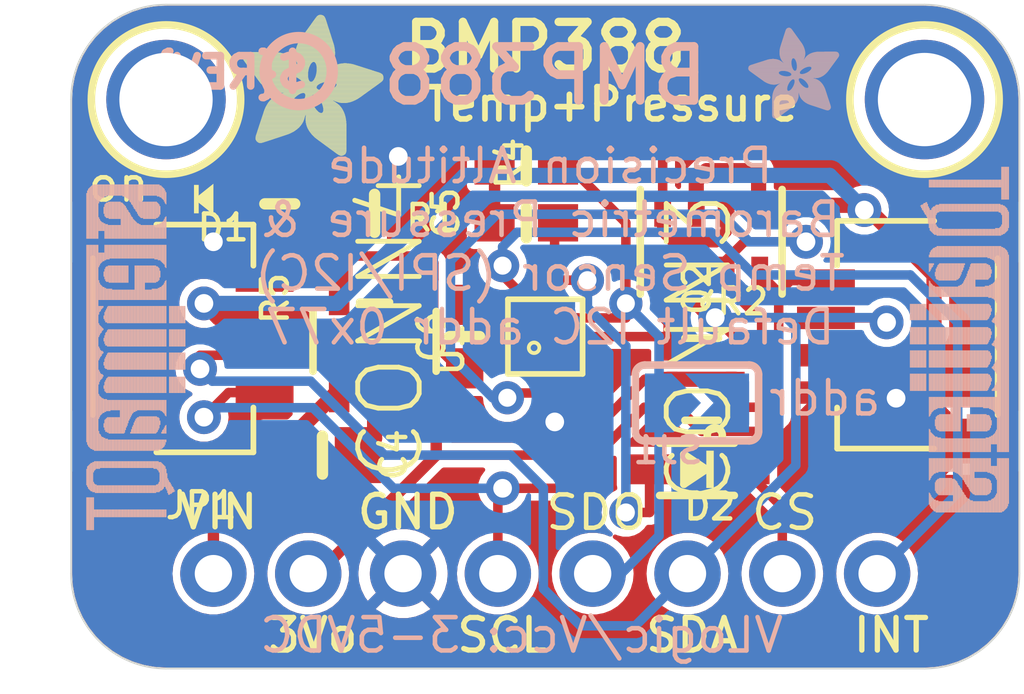
<source format=kicad_pcb>
(kicad_pcb (version 20221018) (generator pcbnew)
  (layers (0 "F.Cu" signal) (31 "B.Cu" signal) (34 "B.Paste" user) (35 "F.Paste" user) (36 "B.SilkS" user "B.Silkscreen") (37 "F.SilkS" user "F.Silkscreen") (38 "B.Mask" user) (39 "F.Mask" user) (44 "Edge.Cuts" user))
  (net 0 "")
  (net 1 "GND")
  (net 2 "SDI_3V")
  (net 3 "SCK_3V")
  (net 4 "CS_3V")
  (net 5 "3.3V")
  (net 6 "SDO/ADR")
  (net 7 "SDI/SDA")
  (net 8 "SCK/SCL")
  (net 9 "CS")
  (net 10 "INT")
  (net 11 "VCC")
  (net 12 "N$1")
  (footprint "working:0603-NO" (layer "F.Cu") (at 147.9931 101.9556 180)
    (fp_text reference "R1" (at 1.778 0.127) (layer "F.SilkS") (effects (font (size 0.692831 0.692831) (thickness 0.119969)) (justify right)))
    (fp_text value "10K")
    (pad "1" smd rect (at -0.85 0 180) (size 1.075 1) (layers "F.Cu" "F.Paste" "F.Mask") (net 4 "CS_3V"))
    (pad "2" smd rect (at 0.85 0 180) (size 1.075 1) (layers "F.Cu" "F.Paste" "F.Mask") (net 5 "3.3V"))
  )
  (footprint "working:1X08_ROUND_70" (layer "F.Cu") (at 148.5011 111.3536)
    (fp_text reference "JP1" (at -10.2362 -1.8288) (layer "F.SilkS") (effects (font (size 0.692831 0.692831) (thickness 0.119969)) (justify left)))
    (fp_text value "")
    (pad "1" thru_hole circle (at -8.89 0 90) (size 1.778 1.778) (drill 1) (layers "*.Cu" "*.Mask") (net 11 "VCC"))
    (pad "2" thru_hole circle (at -6.35 0 90) (size 1.778 1.778) (drill 1) (layers "*.Cu" "*.Mask") (net 5 "3.3V"))
    (pad "3" thru_hole circle (at -3.81 0 90) (size 1.778 1.778) (drill 1) (layers "*.Cu" "*.Mask") (net 1 "GND"))
    (pad "4" thru_hole circle (at -1.27 0 90) (size 1.778 1.778) (drill 1) (layers "*.Cu" "*.Mask") (net 8 "SCK/SCL"))
    (pad "5" thru_hole circle (at 1.27 0 90) (size 1.778 1.778) (drill 1) (layers "*.Cu" "*.Mask") (net 6 "SDO/ADR"))
    (pad "6" thru_hole circle (at 3.81 0 90) (size 1.778 1.778) (drill 1) (layers "*.Cu" "*.Mask") (net 7 "SDI/SDA"))
    (pad "7" thru_hole circle (at 6.35 0 90) (size 1.778 1.778) (drill 1) (layers "*.Cu" "*.Mask") (net 9 "CS"))
    (pad "8" thru_hole circle (at 8.89 0 90) (size 1.778 1.778) (drill 1) (layers "*.Cu" "*.Mask") (net 10 "INT"))
  )
  (footprint "working:BMP388" (layer "F.Cu") (at 148.5011 105.0036 180)
    (fp_text reference "IC1" hide)
    (fp_text value "BMP388" hide)
    (pad "1" smd rect (at 0.25 -0.75) (size 0.25 0.275) (layers "F.Cu" "F.Paste" "F.Mask") (net 5 "3.3V"))
    (pad "2" smd rect (at -0.25 -0.75) (size 0.25 0.275) (layers "F.Cu" "F.Paste" "F.Mask") (net 3 "SCK_3V"))
    (pad "3" smd rect (at -0.7625 -0.5 270) (size 0.25 0.275) (layers "F.Cu" "F.Paste" "F.Mask") (net 1 "GND"))
    (pad "4" smd rect (at -0.7625 0 270) (size 0.25 0.275) (layers "F.Cu" "F.Paste" "F.Mask") (net 2 "SDI_3V"))
    (pad "5" smd rect (at -0.7625 0.5 270) (size 0.25 0.275) (layers "F.Cu" "F.Paste" "F.Mask") (net 6 "SDO/ADR"))
    (pad "6" smd rect (at -0.25 0.75) (size 0.25 0.275) (layers "F.Cu" "F.Paste" "F.Mask") (net 4 "CS_3V"))
    (pad "7" smd rect (at 0.25 0.75) (size 0.25 0.275) (layers "F.Cu" "F.Paste" "F.Mask") (net 10 "INT"))
    (pad "8" smd rect (at 0.7625 0.5 270) (size 0.25 0.275) (layers "F.Cu" "F.Paste" "F.Mask") (net 1 "GND"))
    (pad "9" smd rect (at 0.7625 0 270) (size 0.25 0.275) (layers "F.Cu" "F.Paste" "F.Mask") (net 1 "GND"))
    (pad "10" smd rect (at 0.7625 -0.5 270) (size 0.25 0.275) (layers "F.Cu" "F.Paste" "F.Mask") (net 5 "3.3V"))
  )
  (footprint "working:0603-NO" (layer "F.Cu") (at 141.3891 101.4476 -90)
    (fp_text reference "R5" (at 1.778 0.127 90) (layer "F.SilkS") (effects (font (size 0.692831 0.692831) (thickness 0.119969)) (justify right)))
    (fp_text value "10K")
    (pad "1" smd rect (at -0.85 0 270) (size 1.075 1) (layers "F.Cu" "F.Paste" "F.Mask") (net 5 "3.3V"))
    (pad "2" smd rect (at 0.85 0 270) (size 1.075 1) (layers "F.Cu" "F.Paste" "F.Mask") (net 12 "N$1"))
  )
  (footprint "working:0603-NO" (layer "F.Cu") (at 146.3421 105.0036 90)
    (fp_text reference "C6" (at -0.762 -0.889 90) (layer "F.SilkS") (effects (font (size 0.692831 0.692831) (thickness 0.119969)) (justify left)))
    (fp_text value "0.1uF")
    (pad "1" smd rect (at -0.85 0 90) (size 1.075 1) (layers "F.Cu" "F.Paste" "F.Mask") (net 5 "3.3V"))
    (pad "2" smd rect (at 0.85 0 90) (size 1.075 1) (layers "F.Cu" "F.Paste" "F.Mask") (net 1 "GND"))
  )
  (footprint "working:ADAFRUIT_3.5MM" (layer "F.Cu") (at 140.3731 100.1776)
    (fp_text reference "U$46" hide)
    (fp_text value "" hide)
  )
  (footprint "working:SOT23-5" (layer "F.Cu") (at 143.9291 105.1306)
    (fp_text reference "U1" (at 2.032 -0.562 90) (layer "F.SilkS") (effects (font (size 0.692831 0.692831) (thickness 0.119969)) (justify right)))
    (fp_text value "AP2112K-3.3")
    (pad "1" smd rect (at -0.95 1.3001) (size 0.55 1.2) (layers "F.Cu" "F.Paste" "F.Mask") (net 11 "VCC"))
    (pad "2" smd rect (at 0 1.3001) (size 0.55 1.2) (layers "F.Cu" "F.Paste" "F.Mask") (net 1 "GND"))
    (pad "3" smd rect (at 0.95 1.3001) (size 0.55 1.2) (layers "F.Cu" "F.Paste" "F.Mask") (net 11 "VCC"))
    (pad "4" smd rect (at 0.95 -1.3001) (size 0.55 1.2) (layers "F.Cu" "F.Paste" "F.Mask"))
    (pad "5" smd rect (at -0.95 -1.3001) (size 0.55 1.2) (layers "F.Cu" "F.Paste" "F.Mask") (net 5 "3.3V"))
  )
  (footprint "working:JST_SH4" (layer "F.Cu") (at 158.5341 105.0036 90)
    (fp_text reference "CONN3" (at -4.6 -5.9 90) (layer "F.SilkS") (effects (font (size 1.647139 1.647139) (thickness 0.130861)) (justify left)))
    (fp_text value "STEMMA_I2C_QT" hide)
    (pad "1" smd rect (at -1.5 -2.514 180) (size 1.55 0.6) (layers "F.Cu" "F.Paste" "F.Mask") (net 1 "GND"))
    (pad "2" smd rect (at -0.5 -2.514 180) (size 1.55 0.6) (layers "F.Cu" "F.Paste" "F.Mask") (net 11 "VCC"))
    (pad "3" smd rect (at 0.5 -2.514 180) (size 1.55 0.6) (layers "F.Cu" "F.Paste" "F.Mask") (net 7 "SDI/SDA"))
    (pad "4" smd rect (at 1.5 -2.514 180) (size 1.55 0.6) (layers "F.Cu" "F.Paste" "F.Mask") (net 8 "SCK/SCL"))
    (pad "MT1" smd rect (at -2.8 1.386 180) (size 1.8 1.2) (layers "F.Cu" "F.Paste" "F.Mask") (net 1 "GND"))
    (pad "MT2" smd rect (at 2.8 1.386 180) (size 1.8 1.2) (layers "F.Cu" "F.Paste" "F.Mask") (net 1 "GND"))
  )
  (footprint "working:SOT363" (layer "F.Cu") (at 152.6921 106.1466 90)
    (fp_text reference "Q2" (at 1.651 -0.127 90) (layer "F.SilkS") (effects (font (size 0.692831 0.692831) (thickness 0.119969)) (justify left)))
    (fp_text value "BSS138")
    (pad "1" smd rect (at -0.75 0.9 90) (size 0.5 0.5) (layers "F.Cu" "F.Paste" "F.Mask") (net 3 "SCK_3V"))
    (pad "2" smd rect (at 0 0.9 90) (size 0.4 0.5) (layers "F.Cu" "F.Paste" "F.Mask") (net 5 "3.3V"))
    (pad "3" smd rect (at 0.75 0.9 90) (size 0.5 0.5) (layers "F.Cu" "F.Paste" "F.Mask") (net 7 "SDI/SDA"))
    (pad "4" smd rect (at 0.75 -0.9 90) (size 0.5 0.5) (layers "F.Cu" "F.Paste" "F.Mask") (net 2 "SDI_3V"))
    (pad "5" smd rect (at 0 -0.9 90) (size 0.4 0.5) (layers "F.Cu" "F.Paste" "F.Mask") (net 5 "3.3V"))
    (pad "6" smd rect (at -0.75 -0.9 90) (size 0.5 0.5) (layers "F.Cu" "F.Paste" "F.Mask") (net 8 "SCK/SCL"))
  )
  (footprint "working:MOUNTINGHOLE_2.5_PLATED" (layer "F.Cu") (at 158.6611 98.6536)
    (fp_text reference "U$41" hide)
    (fp_text value "MOUNTINGHOLE2.5" hide)
    (pad "P$1" thru_hole circle (at 0 0) (size 3.2 3.2) (drill 2.5) (layers "*.Cu" "*.Mask"))
    (zone (net 0) (net_name "") (layer "F.Cu") (connect_pads (clearance 0)) (min_thickness 0.25)
      (keepout (tracks not_allowed) (vias not_allowed) (pads not_allowed) (copperpour not_allowed) (footprints allowed))
      (fill (thermal_gap 0.5) (thermal_bridge_width 0.5))
      (polygon (pts (xy 160.6771 98.6536) (xy 160.65748 98.373027) (xy 160.599004 98.097915) (xy 160.502808 97.833619) (xy 160.370765 97.585283) (xy 160.205446 97.35774) (xy 160.010067 97.15542) (xy 159.788433 96.98226) (xy 159.544856 96.841631) (xy 159.284078 96.73627) (xy 159.011175 96.668228) (xy 158.731457 96.638828) (xy 158.450371 96.648644) (xy 158.173385 96.697484) (xy 157.905893 96.784397) (xy 157.6531 96.907693) (xy 157.419926 97.06497) (xy 157.210911 97.253169) (xy 157.030122 97.468625) (xy 156.881078 97.707145) (xy 156.76668 97.964087) (xy 156.689154 98.23445) (xy 156.650011 98.512971) (xy 156.650011 98.794229) (xy 156.689154 99.07275) (xy 156.76668 99.343113) (xy 156.881078 99.600055) (xy 157.030122 99.838575) (xy 157.210911 100.054031) (xy 157.419926 100.24223) (xy 157.6531 100.399507) (xy 157.905893 100.522803) (xy 158.173385 100.609716) (xy 158.450371 100.658556) (xy 158.731457 100.668372) (xy 159.011175 100.638972) (xy 159.284078 100.57093) (xy 159.544856 100.465569) (xy 159.788433 100.32494) (xy 160.010067 100.15178) (xy 160.205446 99.94946) (xy 160.370765 99.721917) (xy 160.502808 99.473581) (xy 160.599004 99.209285) (xy 160.65748 98.934173)))
      (polygon (pts (xy 158.6451 98.6536) (xy 158.649786 98.664914) (xy 158.6611 98.6696) (xy 158.672414 98.664914) (xy 158.6771 98.6536) (xy 158.672414 98.642286) (xy 158.6611 98.6376) (xy 158.649786 98.642286)))
    )
    (zone (net 0) (net_name "") (layer "B.Cu") (connect_pads (clearance 0)) (min_thickness 0.25)
      (keepout (tracks not_allowed) (vias not_allowed) (pads not_allowed) (copperpour not_allowed) (footprints allowed))
      (fill (thermal_gap 0.5) (thermal_bridge_width 0.5))
      (polygon (pts (xy 160.6771 98.6536) (xy 160.65748 98.373027) (xy 160.599004 98.097915) (xy 160.502808 97.833619) (xy 160.370765 97.585283) (xy 160.205446 97.35774) (xy 160.010067 97.15542) (xy 159.788433 96.98226) (xy 159.544856 96.841631) (xy 159.284078 96.73627) (xy 159.011175 96.668228) (xy 158.731457 96.638828) (xy 158.450371 96.648644) (xy 158.173385 96.697484) (xy 157.905893 96.784397) (xy 157.6531 96.907693) (xy 157.419926 97.06497) (xy 157.210911 97.253169) (xy 157.030122 97.468625) (xy 156.881078 97.707145) (xy 156.76668 97.964087) (xy 156.689154 98.23445) (xy 156.650011 98.512971) (xy 156.650011 98.794229) (xy 156.689154 99.07275) (xy 156.76668 99.343113) (xy 156.881078 99.600055) (xy 157.030122 99.838575) (xy 157.210911 100.054031) (xy 157.419926 100.24223) (xy 157.6531 100.399507) (xy 157.905893 100.522803) (xy 158.173385 100.609716) (xy 158.450371 100.658556) (xy 158.731457 100.668372) (xy 159.011175 100.638972) (xy 159.284078 100.57093) (xy 159.544856 100.465569) (xy 159.788433 100.32494) (xy 160.010067 100.15178) (xy 160.205446 99.94946) (xy 160.370765 99.721917) (xy 160.502808 99.473581) (xy 160.599004 99.209285) (xy 160.65748 98.934173)))
      (polygon (pts (xy 158.6451 98.6536) (xy 158.649786 98.664914) (xy 158.6611 98.6696) (xy 158.672414 98.664914) (xy 158.6771 98.6536) (xy 158.672414 98.642286) (xy 158.6611 98.6376) (xy 158.649786 98.642286)))
    )
  )
  (footprint "working:MOUNTINGHOLE_2.5_PLATED" (layer "F.Cu") (at 138.3411 98.6536)
    (fp_text reference "U$40" hide)
    (fp_text value "MOUNTINGHOLE2.5" hide)
    (pad "P$1" thru_hole circle (at 0 0) (size 3.2 3.2) (drill 2.5) (layers "*.Cu" "*.Mask"))
    (zone (net 0) (net_name "") (layer "F.Cu") (connect_pads (clearance 0)) (min_thickness 0.25)
      (keepout (tracks not_allowed) (vias not_allowed) (pads not_allowed) (copperpour not_allowed) (footprints allowed))
      (fill (thermal_gap 0.5) (thermal_bridge_width 0.5))
      (polygon (pts (xy 140.3571 98.6536) (xy 140.33748 98.373027) (xy 140.279004 98.097915) (xy 140.182808 97.833619) (xy 140.050765 97.585283) (xy 139.885446 97.35774) (xy 139.690067 97.15542) (xy 139.468433 96.98226) (xy 139.224856 96.841631) (xy 138.964078 96.73627) (xy 138.691175 96.668228) (xy 138.411457 96.638828) (xy 138.130371 96.648644) (xy 137.853385 96.697484) (xy 137.585893 96.784397) (xy 137.3331 96.907693) (xy 137.099926 97.06497) (xy 136.890911 97.253169) (xy 136.710122 97.468625) (xy 136.561078 97.707145) (xy 136.44668 97.964087) (xy 136.369154 98.23445) (xy 136.330011 98.512971) (xy 136.330011 98.794229) (xy 136.369154 99.07275) (xy 136.44668 99.343113) (xy 136.561078 99.600055) (xy 136.710122 99.838575) (xy 136.890911 100.054031) (xy 137.099926 100.24223) (xy 137.3331 100.399507) (xy 137.585893 100.522803) (xy 137.853385 100.609716) (xy 138.130371 100.658556) (xy 138.411457 100.668372) (xy 138.691175 100.638972) (xy 138.964078 100.57093) (xy 139.224856 100.465569) (xy 139.468433 100.32494) (xy 139.690067 100.15178) (xy 139.885446 99.94946) (xy 140.050765 99.721917) (xy 140.182808 99.473581) (xy 140.279004 99.209285) (xy 140.33748 98.934173)))
      (polygon (pts (xy 138.3251 98.6536) (xy 138.329786 98.664914) (xy 138.3411 98.6696) (xy 138.352414 98.664914) (xy 138.3571 98.6536) (xy 138.352414 98.642286) (xy 138.3411 98.6376) (xy 138.329786 98.642286)))
    )
    (zone (net 0) (net_name "") (layer "B.Cu") (connect_pads (clearance 0)) (min_thickness 0.25)
      (keepout (tracks not_allowed) (vias not_allowed) (pads not_allowed) (copperpour not_allowed) (footprints allowed))
      (fill (thermal_gap 0.5) (thermal_bridge_width 0.5))
      (polygon (pts (xy 140.3571 98.6536) (xy 140.33748 98.373027) (xy 140.279004 98.097915) (xy 140.182808 97.833619) (xy 140.050765 97.585283) (xy 139.885446 97.35774) (xy 139.690067 97.15542) (xy 139.468433 96.98226) (xy 139.224856 96.841631) (xy 138.964078 96.73627) (xy 138.691175 96.668228) (xy 138.411457 96.638828) (xy 138.130371 96.648644) (xy 137.853385 96.697484) (xy 137.585893 96.784397) (xy 137.3331 96.907693) (xy 137.099926 97.06497) (xy 136.890911 97.253169) (xy 136.710122 97.468625) (xy 136.561078 97.707145) (xy 136.44668 97.964087) (xy 136.369154 98.23445) (xy 136.330011 98.512971) (xy 136.330011 98.794229) (xy 136.369154 99.07275) (xy 136.44668 99.343113) (xy 136.561078 99.600055) (xy 136.710122 99.838575) (xy 136.890911 100.054031) (xy 137.099926 100.24223) (xy 137.3331 100.399507) (xy 137.585893 100.522803) (xy 137.853385 100.609716) (xy 138.130371 100.658556) (xy 138.411457 100.668372) (xy 138.691175 100.638972) (xy 138.964078 100.57093) (xy 139.224856 100.465569) (xy 139.468433 100.32494) (xy 139.690067 100.15178) (xy 139.885446 99.94946) (xy 140.050765 99.721917) (xy 140.182808 99.473581) (xy 140.279004 99.209285) (xy 140.33748 98.934173)))
      (polygon (pts (xy 138.3251 98.6536) (xy 138.329786 98.664914) (xy 138.3411 98.6696) (xy 138.352414 98.664914) (xy 138.3571 98.6536) (xy 138.352414 98.642286) (xy 138.3411 98.6376) (xy 138.329786 98.642286)))
    )
  )
  (footprint "working:RESPACK_4X0603" (layer "F.Cu") (at 152.9461 102.4636 180)
    (fp_text reference "R2" (at -1.6 -1.6) (layer "F.SilkS") (effects (font (size 0.692831 0.692831) (thickness 0.119969)) (justify right)))
    (fp_text value "10K")
    (pad "1" smd rect (at -1.3 0.85 180) (size 0.45 0.9) (layers "F.Cu" "F.Paste" "F.Mask") (net 11 "VCC"))
    (pad "2" smd rect (at -0.4 0.85 180) (size 0.45 0.9) (layers "F.Cu" "F.Paste" "F.Mask") (net 5 "3.3V"))
    (pad "3" smd rect (at 0.4 0.85 180) (size 0.45 0.9) (layers "F.Cu" "F.Paste" "F.Mask") (net 11 "VCC"))
    (pad "4" smd rect (at 1.3 0.85 180) (size 0.45 0.9) (layers "F.Cu" "F.Paste" "F.Mask") (net 5 "3.3V"))
    (pad "5" smd rect (at 1.3 -0.85 180) (size 0.45 0.9) (layers "F.Cu" "F.Paste" "F.Mask") (net 2 "SDI_3V"))
    (pad "6" smd rect (at 0.4 -0.85 180) (size 0.45 0.9) (layers "F.Cu" "F.Paste" "F.Mask") (net 7 "SDI/SDA"))
    (pad "7" smd rect (at -0.4 -0.85 180) (size 0.45 0.9) (layers "F.Cu" "F.Paste" "F.Mask") (net 3 "SCK_3V"))
    (pad "8" smd rect (at -1.3 -0.85 180) (size 0.45 0.9) (layers "F.Cu" "F.Paste" "F.Mask") (net 8 "SCK/SCL"))
  )
  (footprint "working:SOD-323" (layer "F.Cu") (at 152.5651 108.5596 180)
    (fp_text reference "D2" (at -1.1 -1) (layer "F.SilkS") (effects (font (size 0.692831 0.692831) (thickness 0.119969)) (justify right)))
    (fp_text value "1N4148")
    (pad "A" smd rect (at 1.27 0 180) (size 1.35 0.8) (layers "F.Cu" "F.Paste" "F.Mask") (net 4 "CS_3V"))
    (pad "C" smd rect (at -1.27 0 180) (size 1.35 0.8) (layers "F.Cu" "F.Paste" "F.Mask") (net 9 "CS"))
  )
  (footprint "working:JST_SH4" (layer "F.Cu") (at 138.4681 105.0036 -90)
    (fp_text reference "CONN4" (at -4.6 -5.9 90) (layer "F.SilkS") (effects (font (size 1.647139 1.647139) (thickness 0.130861)) (justify right)))
    (fp_text value "STEMMA_I2C_QT" hide)
    (pad "1" smd rect (at -1.5 -2.514) (size 1.55 0.6) (layers "F.Cu" "F.Paste" "F.Mask") (net 1 "GND"))
    (pad "2" smd rect (at -0.5 -2.514) (size 1.55 0.6) (layers "F.Cu" "F.Paste" "F.Mask") (net 11 "VCC"))
    (pad "3" smd rect (at 0.5 -2.514) (size 1.55 0.6) (layers "F.Cu" "F.Paste" "F.Mask") (net 7 "SDI/SDA"))
    (pad "4" smd rect (at 1.5 -2.514) (size 1.55 0.6) (layers "F.Cu" "F.Paste" "F.Mask") (net 8 "SCK/SCL"))
    (pad "MT1" smd rect (at -2.8 1.386) (size 1.8 1.2) (layers "F.Cu" "F.Paste" "F.Mask") (net 1 "GND"))
    (pad "MT2" smd rect (at 2.8 1.386) (size 1.8 1.2) (layers "F.Cu" "F.Paste" "F.Mask") (net 1 "GND"))
  )
  (footprint "working:0603-NO" (layer "F.Cu") (at 147.9931 100.4316 180)
    (fp_text reference "R4" (at 0.4445 0.8255 90) (layer "F.SilkS") (effects (font (size 0.692831 0.692831) (thickness 0.119969)) (justify right)))
    (fp_text value "10K")
    (pad "1" smd rect (at -0.85 0 180) (size 1.075 1) (layers "F.Cu" "F.Paste" "F.Mask") (net 6 "SDO/ADR"))
    (pad "2" smd rect (at 0.85 0 180) (size 1.075 1) (layers "F.Cu" "F.Paste" "F.Mask") (net 5 "3.3V"))
  )
  (footprint "working:0805-NO" (layer "F.Cu") (at 142.5321 108.1786)
    (fp_text reference "C4" (at 1.905 -0.762 90) (layer "F.SilkS") (effects (font (size 0.692831 0.692831) (thickness 0.119969)) (justify right)))
    (fp_text value "10uF")
    (pad "1" smd rect (at -0.95 0) (size 1.24 1.5) (layers "F.Cu" "F.Paste" "F.Mask") (net 11 "VCC"))
    (pad "2" smd rect (at 0.95 0) (size 1.24 1.5) (layers "F.Cu" "F.Paste" "F.Mask") (net 1 "GND"))
  )
  (footprint "working:CHIPLED_0603_NOOUTLINE" (layer "F.Cu") (at 139.3571 101.3206 90)
    (fp_text reference "D1" (at -0.762 1.27) (layer "F.SilkS") (effects (font (size 0.692831 0.692831) (thickness 0.119969)) (justify right)))
    (fp_text value "GREEN")
    (pad "A" smd rect (at 0 0.75 90) (size 0.8 0.8) (layers "F.Cu" "F.Paste" "F.Mask") (net 12 "N$1"))
    (pad "C" smd rect (at 0 -0.75 90) (size 0.8 0.8) (layers "F.Cu" "F.Paste" "F.Mask") (net 1 "GND"))
  )
  (footprint "working:0805-NO" (layer "F.Cu") (at 143.9291 101.7016)
    (fp_text reference "C5" (at 1.905 -0.762 90) (layer "F.SilkS") (effects (font (size 0.692831 0.692831) (thickness 0.119969)) (justify right)))
    (fp_text value "10uF")
    (pad "1" smd rect (at -0.95 0) (size 1.24 1.5) (layers "F.Cu" "F.Paste" "F.Mask") (net 5 "3.3V"))
    (pad "2" smd rect (at 0.95 0) (size 1.24 1.5) (layers "F.Cu" "F.Paste" "F.Mask") (net 1 "GND"))
  )
  (footprint "working:FIDUCIAL_1MM" (layer "F.Cu") (at 155.3591 97.3836)
    (fp_text reference "FID4" hide)
    (fp_text value "FIDUCIAL_1MM" hide)
    (pad "1" smd roundrect (at 0 0) (size 1 1) (layers "F.Cu" "F.Mask") (roundrect_rratio 0.5))
  )
  (footprint "working:FIDUCIAL_1MM" (layer "F.Cu") (at 137.0711 109.8296)
    (fp_text reference "FID3" hide)
    (fp_text value "FIDUCIAL_1MM" hide)
    (pad "1" smd roundrect (at 0 0) (size 1 1) (layers "F.Cu" "F.Mask") (roundrect_rratio 0.5))
  )
  (footprint "working:SOLDERJUMPER_ARROW_NOPASTE" (layer "B.Cu") (at 152.5651 106.7816)
    (fp_text reference "SJ1" (at -1.778 1.27) (layer "B.SilkS") (effects (font (size 0.692831 0.692831) (thickness 0.119969)) (justify right mirror)))
    (fp_text value "")
    (fp_poly (pts (xy 0.106121 -0.002663) (xy -0.679416 -0.7882) (xy -1.3946 -0.7882) (xy -1.3946 0.7882) (xy -0.62715 0.7882)) (fill solid) (layer "B.Cu"))
    (fp_poly (pts (xy 1.3946 -0.7882) (xy -0.315893 -0.7882) (xy 0.443148 0) (xy -0.315893 0.7882) (xy 1.3946 0.7882)) (fill solid) (layer "B.Cu"))
    (pad "1" smd roundrect (at -1.016 0) (size 0.762 1.524) (layers "B.Cu") (net 6 "SDO/ADR"))
    (pad "2" smd roundrect (at 1.016 0) (size 0.762 1.524) (layers "B.Cu") (net 1 "GND"))
  )
  (footprint "working:ADAFRUIT_2.5MM" (layer "B.Cu") (at 156.3751 99.1616 180)
    (fp_text reference "U$2" hide)
    (fp_text value "" hide)
  )
  (footprint "working:PCBFEAT-REV-040" (layer "B.Cu") (at 141.8971 97.8916 180)
    (fp_text reference "U$47" hide)
    (fp_text value "" hide)
    (fp_text user "${REV}" (at -0.3556 -0.508) (layer "B.SilkS") (effects (font (size 0.8128 0.8128) (thickness 0.2032)) (justify left bottom mirror)))
  )
  (footprint "working:STEMMAQT" (layer "B.Cu") (at 158.2801 109.7026 90)
    (fp_text reference "U$48" hide)
    (fp_text value "" hide)
  )
  (footprint "working:STEMMAQT" (layer "B.Cu") (at 138.8491 100.9396 -90)
    (fp_text reference "U$49" hide)
    (fp_text value "" hide)
  )
  (gr_line (start 135.8011 98.6536) (end 135.8011 111.3536) (stroke (width 0.05)) (layer "Edge.Cuts"))
  (gr_arc (start 135.8011 98.6536) (mid 136.545049 96.857549) (end 138.3411 96.1136) (stroke (width 0.05)) (layer "Edge.Cuts"))
  (gr_line (start 138.3411 113.8936) (end 158.6611 113.8936) (stroke (width 0.05)) (layer "Edge.Cuts"))
  (gr_arc (start 158.6611 96.1136) (mid 160.457151 96.857549) (end 161.2011 98.6536) (stroke (width 0.05)) (layer "Edge.Cuts"))
  (gr_arc (start 161.2011 111.3536) (mid 160.457151 113.149651) (end 158.6611 113.8936) (stroke (width 0.05)) (layer "Edge.Cuts"))
  (gr_line (start 161.2011 111.3536) (end 161.2011 98.6536) (stroke (width 0.05)) (layer "Edge.Cuts"))
  (gr_arc (start 138.3411 113.8936) (mid 136.545049 113.149651) (end 135.8011 111.3536) (stroke (width 0.05)) (layer "Edge.Cuts"))
  (gr_line (start 158.6611 96.1136) (end 138.3411 96.1136) (stroke (width 0.05)) (layer "Edge.Cuts"))
  (gr_text "VLogic/Vcc: 3-5VDC" (at 147.8661 113.0046) (layer "B.SilkS") (effects (font (size 0.89408 0.89408) (thickness 0.12192)) (justify mirror)))
  (gr_text "BMP388" (at 148.5011 98.0186) (layer "B.SilkS") (effects (font (size 1.441704 1.441704) (thickness 0.234696)) (justify mirror)))
  (gr_text "addr" (at 155.9941 106.6546) (layer "B.SilkS") (effects (font (size 0.89408 0.89408) (thickness 0.12192)) (justify mirror)))
  (gr_text "Precision Altitude\nBarometric Pressure &\nTemp Sensor (SPI/I2C)\nDefault I2C addr 0x77" (at 148.6281 102.5906) (layer "B.SilkS") (effects (font (size 0.89408 0.89408) (thickness 0.12192)) (justify mirror)))
  (gr_text "SCL" (at 147.3581 113.0046) (layer "F.SilkS") (effects (font (size 0.87376 0.87376) (thickness 0.14224))))
  (gr_text "3Vo" (at 142.2781 113.0046) (layer "F.SilkS") (effects (font (size 0.87376 0.87376) (thickness 0.14224))))
  (gr_text "VIN" (at 139.7381 109.7026) (layer "F.SilkS") (effects (font (size 0.87376 0.87376) (thickness 0.14224))))
  (gr_text "Temp+Pressure" (at 150.2791 98.7806) (layer "F.SilkS") (effects (font (size 0.8636 0.8636) (thickness 0.1524))))
  (gr_text "INT" (at 157.7721 113.0046) (layer "F.SilkS") (effects (font (size 0.87376 0.87376) (thickness 0.14224))))
  (gr_text "GND" (at 144.8181 109.7026) (layer "F.SilkS") (effects (font (size 0.87376 0.87376) (thickness 0.14224))))
  (gr_text "SDA" (at 152.4381 113.0046) (layer "F.SilkS") (effects (font (size 0.87376 0.87376) (thickness 0.14224))))
  (gr_text "BMP388" (at 148.5011 97.2566) (layer "F.SilkS") (effects (font (size 1.25222 1.25222) (thickness 0.22098))))
  (gr_text "CS" (at 155.8671 109.1946) (layer "F.SilkS") (effects (font (size 0.89408 0.89408) (thickness 0.12192)) (justify right top)))
  (gr_text "SDO" (at 151.2951 109.1946) (layer "F.SilkS") (effects (font (size 0.89408 0.89408) (thickness 0.12192)) (justify right top)))
  (gr_text "on" (at 136.1821 101.4476) (layer "F.SilkS") (effects (font (size 0.89408 0.89408) (thickness 0.12192)) (justify left bottom)))
  (segment (start 140.6511 103.5036) (end 139.6111 102.4636) (width 0.4064) (layer "F.Cu") (net 1))
  (segment (start 140.9821 103.5036) (end 140.6511 103.5036) (width 0.4064) (layer "F.Cu") (net 1))
  (segment (start 146.6921 104.5036) (end 146.3421 104.1536) (width 0.254) (layer "F.Cu") (net 1))
  (segment (start 147.7386 104.5036) (end 147.7386 105.0036) (width 0.254) (layer "F.Cu") (net 1))
  (segment (start 143.9291 106.4307) (end 143.9291 107.7316) (width 0.4064) (layer "F.Cu") (net 1))
  (segment (start 147.7386 104.5036) (end 146.6921 104.5036) (width 0.254) (layer "F.Cu") (net 1))
  (segment (start 143.4821 108.1786) (end 143.9291 107.7316) (width 0.4064) (layer "F.Cu") (net 1))
  (via (at 139.6111 102.4636) (size 0.9064) (drill 0.5) (layers "F.Cu" "B.Cu") (net 1))
  (via (at 157.8991 106.6546) (size 0.9064) (drill 0.5) (layers "F.Cu" "B.Cu") (net 1))
  (via (at 148.7551 107.2896) (size 0.9064) (drill 0.5) (layers "F.Cu" "B.Cu") (net 1))
  (via (at 144.5641 100.1776) (size 0.9064) (drill 0.5) (layers "F.Cu" "B.Cu") (net 1))
  (segment (start 151.7921 105.3966) (end 151.7921 105.0036) (width 0.254) (layer "F.Cu") (net 2))
  (segment (start 151.7921 105.0036) (end 151.7921 104.6346) (width 0.254) (layer "F.Cu") (net 2))
  (segment (start 149.2636 105.0036) (end 151.7921 105.0036) (width 0.254) (layer "F.Cu") (net 2))
  (segment (start 151.6461 104.4886) (end 151.6461 103.3136) (width 0.254) (layer "F.Cu") (net 2))
  (segment (start 151.7921 104.6346) (end 151.6461 104.4886) (width 0.254) (layer "F.Cu") (net 2))
  (segment (start 154.2969 106.7816) (end 154.1819 106.8966) (width 0.254) (layer "F.Cu") (net 3))
  (segment (start 148.2438 106.5149) (end 147.6121 106.5149) (width 0.254) (layer "F.Cu") (net 3))
  (segment (start 153.3461 102.9526) (end 153.8351 102.4636) (width 0.254) (layer "F.Cu") (net 3))
  (segment (start 153.3461 103.3136) (end 153.3461 103.6256) (width 0.254) (layer "F.Cu") (net 3))
  (segment (start 148.7511 105.7536) (end 148.7511 106.0076) (width 0.254) (layer "F.Cu") (net 3))
  (segment (start 147.6121 106.5149) (end 147.4851 106.6419) (width 0.254) (layer "F.Cu") (net 3))
  (segment (start 153.5921 106.8966) (end 154.1819 106.8966) (width 0.254) (layer "F.Cu") (net 3))
  (segment (start 154.2969 104.5764) (end 154.2969 106.7816) (width 0.254) (layer "F.Cu") (net 3))
  (segment (start 153.8351 102.4636) (end 155.4861 102.4636) (width 0.254) (layer "F.Cu") (net 3))
  (segment (start 153.3461 103.3136) (end 153.3461 102.9526) (width 0.254) (layer "F.Cu") (net 3))
  (segment (start 148.7511 106.0076) (end 148.2438 106.5149) (width 0.254) (layer "F.Cu") (net 3))
  (segment (start 153.3461 103.6256) (end 154.2969 104.5764) (width 0.254) (layer "F.Cu") (net 3))
  (via (at 155.4861 102.4636) (size 0.9064) (drill 0.5) (layers "F.Cu" "B.Cu") (net 3))
  (via (at 147.4851 106.6419) (size 0.889) (drill 0.4826) (layers "F.Cu" "B.Cu") (net 3))
  (segment (start 147.4851 106.6419) (end 147.0914 106.6419) (width 0.254) (layer "B.Cu") (net 3))
  (segment (start 147.0914 106.6419) (end 145.9611 105.5116) (width 0.254) (layer "B.Cu") (net 3))
  (segment (start 147.2057 101.727) (end 153.2255 101.727) (width 0.254) (layer "B.Cu") (net 3))
  (segment (start 145.9611 105.5116) (end 145.9611 102.9716) (width 0.254) (layer "B.Cu") (net 3))
  (segment (start 145.9611 102.9716) (end 147.2057 101.727) (width 0.254) (layer "B.Cu") (net 3))
  (segment (start 153.9621 102.4636) (end 155.4861 102.4636) (width 0.254) (layer "B.Cu") (net 3))
  (segment (start 153.9621 102.4636) (end 153.2255 101.727) (width 0.254) (layer "B.Cu") (net 3))
  (segment (start 150.6601 109.7153) (end 151.2951 109.7153) (width 0.254) (layer "F.Cu") (net 4))
  (segment (start 148.7511 104.2536) (end 148.7511 103.501) (width 0.254) (layer "F.Cu") (net 4))
  (segment (start 148.7424 103.4923) (end 149.6314 103.4923) (width 0.254) (layer "F.Cu") (net 4))
  (segment (start 151.2951 108.5596) (end 151.2951 109.7153) (width 0.254) (layer "F.Cu") (net 4))
  (segment (start 148.7511 103.501) (end 148.7424 103.4923) (width 0.254) (layer "F.Cu") (net 4))
  (segment (start 148.7511 102.0476) (end 148.7511 103.4836) (width 0.254) (layer "F.Cu") (net 4))
  (segment (start 148.7511 103.4836) (end 148.7424 103.4923) (width 0.254) (layer "F.Cu") (net 4))
  (segment (start 148.8431 101.9556) (end 148.7511 102.0476) (width 0.254) (layer "F.Cu") (net 4))
  (via (at 149.6314 103.4923) (size 0.889) (drill 0.4826) (layers "F.Cu" "B.Cu") (net 4))
  (via (at 150.6601 109.7153) (size 0.889) (drill 0.4826) (layers "F.Cu" "B.Cu") (net 4))
  (segment (start 149.6314 104.2289) (end 150.6601 105.2576) (width 0.254) (layer "B.Cu") (net 4))
  (segment (start 150.6601 105.2576) (end 150.6601 109.7153) (width 0.254) (layer "B.Cu") (net 4))
  (segment (start 149.6314 103.4923) (end 149.6314 104.2289) (width 0.254) (layer "B.Cu") (net 4))
  (segment (start 147.1431 100.4316) (end 147.1431 101.9556) (width 0.3048) (layer "F.Cu") (net 5))
  (segment (start 144.4371 98.9076) (end 147.1431 98.9076) (width 0.3048) (layer "F.Cu") (net 5))
  (segment (start 147.1431 98.9076) (end 147.1431 100.4316) (width 0.3048) (layer "F.Cu") (net 5))
  (segment (start 153.3461 101.6136) (end 153.3461 102.1906) (width 0.3048) (layer "F.Cu") (net 5))
  (segment (start 147.7386 105.5036) (end 147.6121 105.5036) (width 0.254) (layer "F.Cu") (net 5))
  (segment (start 151.9301 102.4636) (end 151.6461 102.1796) (width 0.3048) (layer "F.Cu") (net 5))
  (segment (start 153.3461 102.1906) (end 153.0731 102.4636) (width 0.3048) (layer "F.Cu") (net 5))
  (segment (start 147.6121 105.5036) (end 146.6921 105.5036) (width 0.254) (layer "F.Cu") (net 5))
  (segment (start 142.9791 102.8446) (end 145.3261 102.8446) (width 0.254) (layer "F.Cu") (net 5))
  (segment (start 142.1511 111.3536) (end 142.4051 111.3536) (width 0.3048) (layer "F.Cu") (net 5))
  (segment (start 150.5331 98.9076) (end 147.1431 98.9076) (width 0.254) (layer "F.Cu") (net 5))
  (segment (start 145.5166 103.0351) (end 145.3261 102.8446) (width 0.254) (layer "F.Cu") (net 5))
  (segment (start 146.1761 105.8536) (end 145.5119 105.1894) (width 0.254) (layer "F.Cu") (net 5))
  (segment (start 142.4931 101.7016) (end 142.9791 101.7016) (width 0.3048) (layer "F.Cu") (net 5))
  (segment (start 145.5119 103.479325) (end 145.5166 103.474625) (width 0.254) (layer "F.Cu") (net 5))
  (segment (start 148.2511 105.7536) (end 147.8621 105.7536) (width 0.254) (layer "F.Cu") (net 5))
  (segment (start 146.6921 105.5036) (end 146.3421 105.8536) (width 0.254) (layer "F.Cu") (net 5))
  (segment (start 142.9791 101.7016) (end 142.9791 102.8446) (width 0.3048) (layer "F.Cu") (net 5))
  (segment (start 142.9791 102.8446) (end 142.9791 103.8305) (width 0.3048) (layer "F.Cu") (net 5))
  (segment (start 145.5801 106.4006) (end 145.5801 108.1786) (width 0.3048) (layer "F.Cu") (net 5))
  (segment (start 145.5166 103.474625) (end 145.5166 103.0351) (width 0.254) (layer "F.Cu") (net 5))
  (segment (start 145.5119 105.1894) (end 145.5119 103.479325) (width 0.254) (layer "F.Cu") (net 5))
  (segment (start 145.5801 108.1786) (end 142.4051 111.3536) (width 0.3048) (layer "F.Cu") (net 5))
  (segment (start 142.9791 100.3656) (end 144.4371 98.9076) (width 0.3048) (layer "F.Cu") (net 5))
  (segment (start 146.3421 105.8536) (end 146.1271 105.8536) (width 0.3048) (layer "F.Cu") (net 5))
  (segment (start 151.1681 106.1466) (end 149.1361 108.1786) (width 0.254) (layer "F.Cu") (net 5))
  (segment (start 153.0731 102.4636) (end 151.9301 102.4636) (width 0.3048) (layer "F.Cu") (net 5))
  (segment (start 151.7921 106.1466) (end 153.5921 106.1466) (width 0.4064) (layer "F.Cu") (net 5))
  (segment (start 151.6461 100.0206) (end 150.5331 98.9076) (width 0.254) (layer "F.Cu") (net 5))
  (segment (start 151.6461 102.1796) (end 151.6461 101.6136) (width 0.3048) (layer "F.Cu") (net 5))
  (segment (start 151.6461 101.6136) (end 151.6461 100.0206) (width 0.254) (layer "F.Cu") (net 5))
  (segment (start 146.1271 105.8536) (end 145.5801 106.4006) (width 0.3048) (layer "F.Cu") (net 5))
  (segment (start 141.3891 100.5976) (end 142.4931 101.7016) (width 0.3048) (layer "F.Cu") (net 5))
  (segment (start 151.7921 106.1466) (end 151.1681 106.1466) (width 0.254) (layer "F.Cu") (net 5))
  (segment (start 149.1361 108.1786) (end 145.5801 108.1786) (width 0.254) (layer "F.Cu") (net 5))
  (segment (start 147.8621 105.7536) (end 147.6121 105.5036) (width 0.254) (layer "F.Cu") (net 5))
  (segment (start 146.3421 105.8536) (end 146.1761 105.8536) (width 0.254) (layer "F.Cu") (net 5))
  (segment (start 142.9791 101.7016) (end 142.9791 100.3656) (width 0.3048) (layer "F.Cu") (net 5))
  (segment (start 150.6601 104.5036) (end 150.6601 104.1146) (width 0.254) (layer "F.Cu") (net 6))
  (segment (start 150.6601 104.1146) (end 150.6601 101.9556) (width 0.254) (layer "F.Cu") (net 6))
  (segment (start 149.2636 104.5036) (end 150.6601 104.5036) (width 0.254) (layer "F.Cu") (net 6))
  (segment (start 150.6601 101.9556) (end 149.1361 100.4316) (width 0.254) (layer "F.Cu") (net 6))
  (segment (start 149.1361 100.4316) (end 148.8431 100.4316) (width 0.254) (layer "F.Cu") (net 6))
  (via (at 150.6601 104.1146) (size 0.889) (drill 0.4826) (layers "F.Cu" "B.Cu") (net 6))
  (segment (start 150.6601 104.1146) (end 151.5491 105.0036) (width 0.254) (layer "B.Cu") (net 6))
  (segment (start 151.5491 110.3376) (end 150.5331 111.3536) (width 0.254) (layer "B.Cu") (net 6))
  (segment (start 151.5491 105.0036) (end 151.5491 106.7816) (width 0.254) (layer "B.Cu") (net 6))
  (segment (start 150.5331 111.3536) (end 149.7711 111.3536) (width 0.254) (layer "B.Cu") (net 6))
  (segment (start 151.5491 106.7816) (end 151.5491 107.2896) (width 0.2032) (layer "B.Cu") (net 6))
  (segment (start 151.5491 107.2896) (end 151.5491 110.3376) (width 0.254) (layer "B.Cu") (net 6))
  (segment (start 152.8391 104.4956) (end 153.0541 104.4956) (width 0.254) (layer "F.Cu") (net 7))
  (segment (start 157.5261 104.5036) (end 157.6451 104.6226) (width 0.254) (layer "F.Cu") (net 7))
  (segment (start 153.5921 105.0336) (end 153.0541 104.4956) (width 0.254) (layer "F.Cu") (net 7))
  (segment (start 140.9821 105.5036) (end 139.252706 105.5036) (width 0.254) (layer "F.Cu") (net 7))
  (segment (start 152.5461 104.2026) (end 152.8391 104.4956) (width 0.254) (layer "F.Cu") (net 7))
  (segment (start 152.5461 103.3136) (end 152.5461 104.2026) (width 0.254) (layer "F.Cu") (net 7))
  (segment (start 153.5921 105.3966) (end 153.5921 105.0336) (width 0.254) (layer "F.Cu") (net 7))
  (segment (start 139.252706 105.5036) (end 139.252706 105.869994) (width 0.254) (layer "F.Cu") (net 7))
  (segment (start 156.0201 104.5036) (end 157.5261 104.5036) (width 0.254) (layer "F.Cu") (net 7))
  (via (at 157.6451 104.6226) (size 0.9064) (drill 0.5) (layers "F.Cu" "B.Cu") (net 7))
  (via (at 139.252706 105.869994) (size 0.9064) (drill 0.5) (layers "F.Cu" "B.Cu") (net 7))
  (via (at 153.0541 104.4956) (size 0.9064) (drill 0.5) (layers "F.Cu" "B.Cu") (net 7))
  (segment (start 148.4503 109.0519) (end 148.4503 111.757013) (width 0.254) (layer "B.Cu") (net 7))
  (segment (start 149.443887 112.7506) (end 150.9141 112.7506) (width 0.254) (layer "B.Cu") (net 7))
  (segment (start 155.2131 104.7496) (end 155.2131 108.4516) (width 0.254) (layer "B.Cu") (net 7))
  (segment (start 150.9141 112.7506) (end 152.3111 111.3536) (width 0.254) (layer "B.Cu") (net 7))
  (segment (start 144.194681 108.1786) (end 147.577 108.1786) (width 0.254) (layer "B.Cu") (net 7))
  (segment (start 157.6451 104.6226) (end 157.5181 104.4956) (width 0.254) (layer "B.Cu") (net 7))
  (segment (start 139.580112 106.1974) (end 142.213481 106.1974) (width 0.254) (layer "B.Cu") (net 7))
  (segment (start 155.2131 104.7496) (end 154.9591 104.4956) (width 0.254) (layer "B.Cu") (net 7))
  (segment (start 147.577 108.1786) (end 148.4503 109.0519) (width 0.254) (layer "B.Cu") (net 7))
  (segment (start 153.0541 104.4956) (end 154.9591 104.4956) (width 0.254) (layer "B.Cu") (net 7))
  (segment (start 157.5181 104.4956) (end 153.0541 104.4956) (width 0.254) (layer "B.Cu") (net 7))
  (segment (start 148.4503 111.757013) (end 149.443887 112.7506) (width 0.254) (layer "B.Cu") (net 7))
  (segment (start 139.252706 105.869994) (end 139.580112 106.1974) (width 0.254) (layer "B.Cu") (net 7))
  (segment (start 142.213481 106.1974) (end 144.194681 108.1786) (width 0.254) (layer "B.Cu") (net 7))
  (segment (start 155.2131 108.4516) (end 152.3111 111.3536) (width 0.254) (layer "B.Cu") (net 7))
  (segment (start 147.2311 109.1946) (end 147.2311 111.3536) (width 0.254) (layer "F.Cu") (net 8))
  (segment (start 154.7541 103.8216) (end 154.7541 107.1326) (width 0.254) (layer "F.Cu") (net 8))
  (segment (start 151.7921 106.8966) (end 151.1571 106.8966) (width 0.254) (layer "F.Cu") (net 8))
  (segment (start 151.1571 106.8966) (end 148.9861 109.0676) (width 0.254) (layer "F.Cu") (net 8))
  (segment (start 140.9821 106.5036) (end 140.0161 106.5036) (width 0.254) (layer "F.Cu") (net 8))
  (segment (start 151.7921 106.8966) (end 152.0451 106.8966) (width 0.254) (layer "F.Cu") (net 8))
  (segment (start 154.2461 103.3136) (end 154.7541 103.8216) (width 0.254) (layer "F.Cu") (net 8))
  (segment (start 140.0161 106.5036) (end 139.3571 107.1626) (width 0.254) (layer "F.Cu") (net 8))
  (segment (start 152.6921 107.5436) (end 152.0451 106.8966) (width 0.254) (layer "F.Cu") (net 8))
  (segment (start 148.9861 109.0676) (end 147.3581 109.0676) (width 0.254) (layer "F.Cu") (net 8))
  (segment (start 156.0201 103.5036) (end 155.0721 103.5036) (width 0.254) (layer "F.Cu") (net 8))
  (segment (start 154.7541 107.1326) (end 154.3431 107.5436) (width 0.254) (layer "F.Cu") (net 8))
  (segment (start 154.3431 107.5436) (end 152.6921 107.5436) (width 0.254) (layer "F.Cu") (net 8))
  (segment (start 155.0721 103.5036) (end 154.7541 103.8216) (width 0.254) (layer "F.Cu") (net 8))
  (segment (start 147.3581 109.0676) (end 147.2311 109.1946) (width 0.254) (layer "F.Cu") (net 8))
  (via (at 139.3571 107.1626) (size 0.9064) (drill 0.5) (layers "F.Cu" "B.Cu") (net 8))
  (via (at 147.3581 109.0676) (size 0.9064) (drill 0.5) (layers "F.Cu" "B.Cu") (net 8))
  (segment (start 139.3571 107.1626) (end 139.6111 106.9086) (width 0.254) (layer "B.Cu") (net 8))
  (segment (start 144.4371 109.0676) (end 142.2781 106.9086) (width 0.254) (layer "B.Cu") (net 8))
  (segment (start 142.2781 106.9086) (end 139.6111 106.9086) (width 0.254) (layer "B.Cu") (net 8))
  (segment (start 147.3581 109.0676) (end 144.4371 109.0676) (width 0.254) (layer "B.Cu") (net 8))
  (segment (start 153.8351 108.5596) (end 154.8511 109.5756) (width 0.254) (layer "F.Cu") (net 9))
  (segment (start 154.8511 109.5756) (end 154.8511 111.3536) (width 0.254) (layer "F.Cu") (net 9))
  (segment (start 147.3581 103.3606) (end 147.3581 103.1033) (width 0.254) (layer "F.Cu") (net 10))
  (segment (start 148.2511 104.2536) (end 147.3581 103.3606) (width 0.254) (layer "F.Cu") (net 10))
  (via (at 147.3581 103.1033) (size 0.889) (drill 0.4826) (layers "F.Cu" "B.Cu") (net 10))
  (segment (start 147.7438 102.2096) (end 152.9461 102.2096) (width 0.254) (layer "B.Cu") (net 10))
  (segment (start 154.0891 103.3526) (end 158.2801 103.3526) (width 0.254) (layer "B.Cu") (net 10))
  (segment (start 159.5501 109.1946) (end 157.3911 111.3536) (width 0.254) (layer "B.Cu") (net 10))
  (segment (start 158.2801 103.3526) (end 159.5501 104.6226) (width 0.254) (layer "B.Cu") (net 10))
  (segment (start 147.7438 102.2096) (end 147.3581 102.5953) (width 0.254) (layer "B.Cu") (net 10))
  (segment (start 147.3581 102.5953) (end 147.3581 103.1033) (width 0.254) (layer "B.Cu") (net 10))
  (segment (start 152.9461 102.2096) (end 154.0891 103.3526) (width 0.254) (layer "B.Cu") (net 10))
  (segment (start 159.5501 104.6226) (end 159.5501 109.1946) (width 0.254) (layer "B.Cu") (net 10))
  (segment (start 139.6111 110.1496) (end 139.6111 111.3536) (width 0.3048) (layer "F.Cu") (net 11))
  (segment (start 152.5461 101.6136) (end 152.5461 100.8316) (width 0.4064) (layer "F.Cu") (net 11))
  (segment (start 152.8191 100.5586) (end 154.2161 100.5586) (width 0.4064) (layer "F.Cu") (net 11))
  (segment (start 158.9151 103.3526) (end 157.1761 101.6136) (width 0.4064) (layer "F.Cu") (net 11))
  (segment (start 142.9791 106.4307) (end 141.5821 107.8277) (width 0.4064) (layer "F.Cu") (net 11))
  (segment (start 141.5821 108.1786) (end 139.6111 110.1496) (width 0.3048) (layer "F.Cu") (net 11))
  (segment (start 144.691096 105.1306) (end 143.2941 105.1306) (width 0.4064) (layer "F.Cu") (net 11))
  (segment (start 140.9821 104.5036) (end 139.7461 104.5036) (width 0.4064) (layer "F.Cu") (net 11))
  (segment (start 156.0201 105.5036) (end 158.2881 105.5036) (width 0.4064) (layer "F.Cu") (net 11))
  (segment (start 144.8791 106.4307) (end 144.8791 105.3186) (width 0.4064) (layer "F.Cu") (net 11))
  (segment (start 154.2461 101.6136) (end 154.3731 101.4866) (width 0.4064) (layer "F.Cu") (net 11))
  (segment (start 142.9791 105.4456) (end 142.9791 106.4307) (width 0.4064) (layer "F.Cu") (net 11))
  (segment (start 157.0491 101.6136) (end 156.9221 101.4866) (width 0.4064) (layer "F.Cu") (net 11))
  (segment (start 143.2941 105.1306) (end 142.9791 105.4456) (width 0.4064) (layer "F.Cu") (net 11))
  (segment (start 156.9221 101.4866) (end 154.3731 101.4866) (width 0.4064) (layer "F.Cu") (net 11))
  (segment (start 144.8791 105.3186) (end 144.691096 105.1306) (width 0.4064) (layer "F.Cu") (net 11))
  (segment (start 157.1761 101.6136) (end 157.0491 101.6136) (width 0.4064) (layer "F.Cu") (net 11))
  (segment (start 154.2161 101.5836) (end 154.2461 101.6136) (width 0.4064) (layer "F.Cu") (net 11))
  (segment (start 158.9151 104.8766) (end 158.9151 103.3526) (width 0.4064) (layer "F.Cu") (net 11))
  (segment (start 152.5461 100.8316) (end 152.8191 100.5586) (width 0.4064) (layer "F.Cu") (net 11))
  (segment (start 158.2881 105.5036) (end 158.9151 104.8766) (width 0.4064) (layer "F.Cu") (net 11))
  (segment (start 140.9821 104.5036) (end 142.0371 104.5036) (width 0.4064) (layer "F.Cu") (net 11))
  (segment (start 154.2161 100.5586) (end 154.2161 101.5836) (width 0.4064) (layer "F.Cu") (net 11))
  (segment (start 141.5821 107.8277) (end 141.5821 108.1786) (width 0.4064) (layer "F.Cu") (net 11))
  (segment (start 139.7461 104.5036) (end 139.3571 104.1146) (width 0.4064) (layer "F.Cu") (net 11))
  (segment (start 142.0371 104.5036) (end 142.9791 105.4456) (width 0.4064) (layer "F.Cu") (net 11))
  (via (at 157.0491 101.6136) (size 0.9064) (drill 0.5) (layers "F.Cu" "B.Cu") (net 11))
  (via (at 139.3571 104.1146) (size 0.9064) (drill 0.5) (layers "F.Cu" "B.Cu") (net 11))
  (segment (start 157.0491 101.6136) (end 156.1211 100.6856) (width 0.4064) (layer "B.Cu") (net 11))
  (segment (start 146.3421 100.6856) (end 142.9131 104.1146) (width 0.4064) (layer "B.Cu") (net 11))
  (segment (start 139.3571 104.1146) (end 142.9131 104.1146) (width 0.4064) (layer "B.Cu") (net 11))
  (segment (start 156.1211 100.6856) (end 146.3421 100.6856) (width 0.4064) (layer "B.Cu") (net 11))
  (segment (start 141.0841 102.2976) (end 141.3891 102.2976) (width 0.254) (layer "F.Cu") (net 12))
  (segment (start 140.1071 101.3206) (end 141.0841 102.2976) (width 0.254) (layer "F.Cu") (net 12))
  (zone (net 1) (net_name "GND") (layer "F.Cu") (priority 6) (connect_pads (clearance 0.000001)) (min_thickness 0.127) (fill yes (thermal_gap 0.304) (thermal_bridge_width 0.304))
    (polygon (pts (xy 161.3281 114.0206) (xy 135.6741 114.0206) (xy 135.6741 95.9866) (xy 161.3281 95.9866)))
  )
  (zone (net 1) (net_name "GND") (layer "B.Cu") (priority 6) (connect_pads (clearance 0.000001)) (min_thickness 0.127) (fill yes (thermal_gap 0.304) (thermal_bridge_width 0.304))
    (polygon (pts (xy 161.3281 114.0206) (xy 135.6741 114.0206) (xy 135.6741 95.9866) (xy 161.3281 95.9866)))
  )
)
</source>
